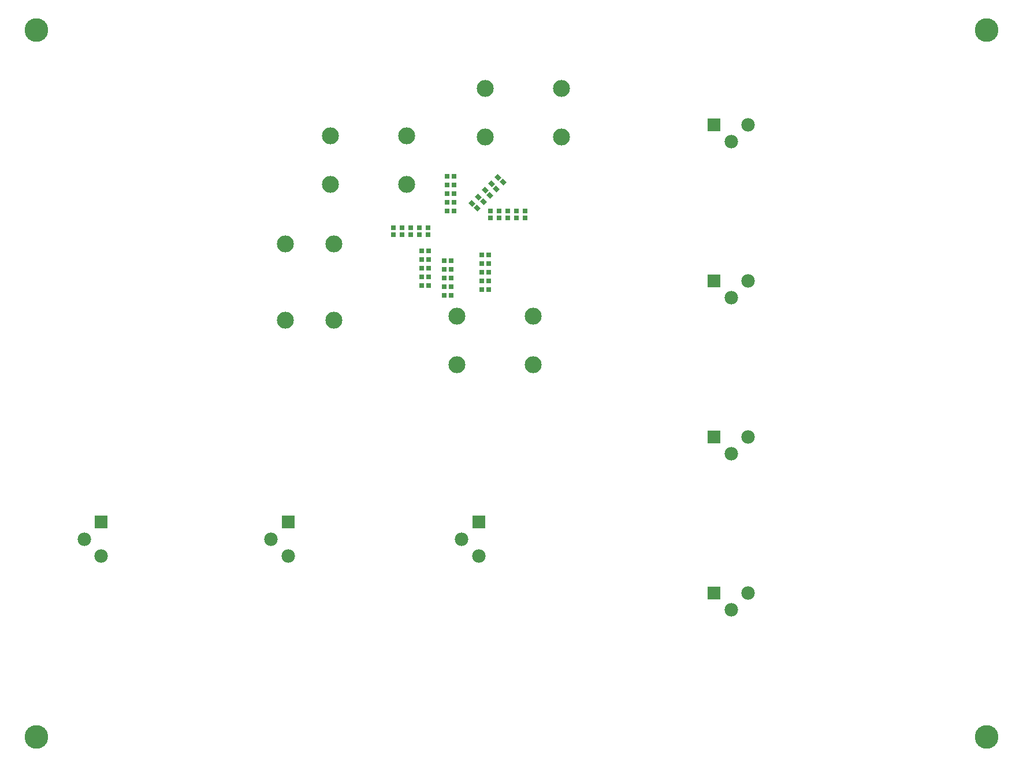
<source format=gbs>
G04*
G04 #@! TF.GenerationSoftware,Altium Limited,Altium Designer,21.2.2 (38)*
G04*
G04 Layer_Color=16711935*
%FSLAX25Y25*%
%MOIN*%
G70*
G04*
G04 #@! TF.SameCoordinates,7CE423D0-DD0A-4659-BC9C-6402AB630EF7*
G04*
G04*
G04 #@! TF.FilePolarity,Negative*
G04*
G01*
G75*
%ADD44R,0.02769X0.03162*%
G04:AMPARAMS|DCode=45|XSize=27.69mil|YSize=31.62mil|CornerRadius=0mil|HoleSize=0mil|Usage=FLASHONLY|Rotation=45.000|XOffset=0mil|YOffset=0mil|HoleType=Round|Shape=Rectangle|*
%AMROTATEDRECTD45*
4,1,4,0.00139,-0.02097,-0.02097,0.00139,-0.00139,0.02097,0.02097,-0.00139,0.00139,-0.02097,0.0*
%
%ADD45ROTATEDRECTD45*%

%ADD57C,0.13635*%
%ADD58C,0.09800*%
%ADD59C,0.07800*%
%ADD60R,0.07800X0.07800*%
%ADD61R,0.07800X0.07800*%
%ADD95R,0.03162X0.02769*%
D44*
X223258Y312987D02*
D03*
Y308987D02*
D03*
X228258D02*
D03*
Y312987D02*
D03*
X289100Y318468D02*
D03*
Y322468D02*
D03*
X233258Y308987D02*
D03*
Y312987D02*
D03*
X284100Y318468D02*
D03*
Y322468D02*
D03*
X238258Y308987D02*
D03*
Y312987D02*
D03*
X279100Y318468D02*
D03*
Y322468D02*
D03*
X243258Y308987D02*
D03*
Y312987D02*
D03*
X294100Y318468D02*
D03*
Y322468D02*
D03*
X299100D02*
D03*
Y318468D02*
D03*
D45*
X283639Y341953D02*
D03*
X286467Y339125D02*
D03*
X282717Y335375D02*
D03*
X279889Y338203D02*
D03*
X278967Y331625D02*
D03*
X276138Y334453D02*
D03*
X275217Y327875D02*
D03*
X272389Y330703D02*
D03*
X271467Y324125D02*
D03*
X268638Y326953D02*
D03*
D57*
X565600Y19300D02*
D03*
Y426900D02*
D03*
X17100Y19300D02*
D03*
Y426900D02*
D03*
D58*
X320100Y393200D02*
D03*
Y365200D02*
D03*
X276100Y393200D02*
D03*
Y365200D02*
D03*
X303801Y262000D02*
D03*
Y234000D02*
D03*
X259801Y262000D02*
D03*
Y234000D02*
D03*
X186850Y338000D02*
D03*
Y366000D02*
D03*
X230850Y338000D02*
D03*
Y366000D02*
D03*
X161000Y303700D02*
D03*
X189000D02*
D03*
X161000Y259700D02*
D03*
X189000D02*
D03*
D59*
X272428Y123575D02*
D03*
X262628Y133375D02*
D03*
X162400Y123575D02*
D03*
X152600Y133375D02*
D03*
X427890Y102400D02*
D03*
X418090Y92600D02*
D03*
X427890Y192400D02*
D03*
X418090Y182600D02*
D03*
X427890Y282400D02*
D03*
X418090Y272600D02*
D03*
X427890Y372400D02*
D03*
X418090Y362600D02*
D03*
X54700Y123575D02*
D03*
X44900Y133375D02*
D03*
D60*
X272428Y143175D02*
D03*
X162400Y143175D02*
D03*
X54700D02*
D03*
D61*
X408290Y102400D02*
D03*
Y192400D02*
D03*
X408290Y282400D02*
D03*
Y372400D02*
D03*
D95*
X252668Y273800D02*
D03*
X256668D02*
D03*
X254200Y342500D02*
D03*
X258200D02*
D03*
X274168Y277200D02*
D03*
X278169D02*
D03*
X256668Y278800D02*
D03*
X252668D02*
D03*
X258200Y337500D02*
D03*
X254200D02*
D03*
X278169Y282200D02*
D03*
X274168D02*
D03*
X256668Y283800D02*
D03*
X252668D02*
D03*
X258200Y332500D02*
D03*
X254200D02*
D03*
X278169Y287200D02*
D03*
X274168D02*
D03*
X256668Y288800D02*
D03*
X252668D02*
D03*
X258200Y327500D02*
D03*
X254200D02*
D03*
X278169Y292200D02*
D03*
X274168D02*
D03*
X256668Y293800D02*
D03*
X252668D02*
D03*
X258200Y322500D02*
D03*
X254200D02*
D03*
X278169Y297200D02*
D03*
X274168D02*
D03*
X239400Y299700D02*
D03*
X243400D02*
D03*
Y294700D02*
D03*
X239400D02*
D03*
Y289700D02*
D03*
X243400D02*
D03*
Y284700D02*
D03*
X239400D02*
D03*
Y279700D02*
D03*
X243400D02*
D03*
M02*

</source>
